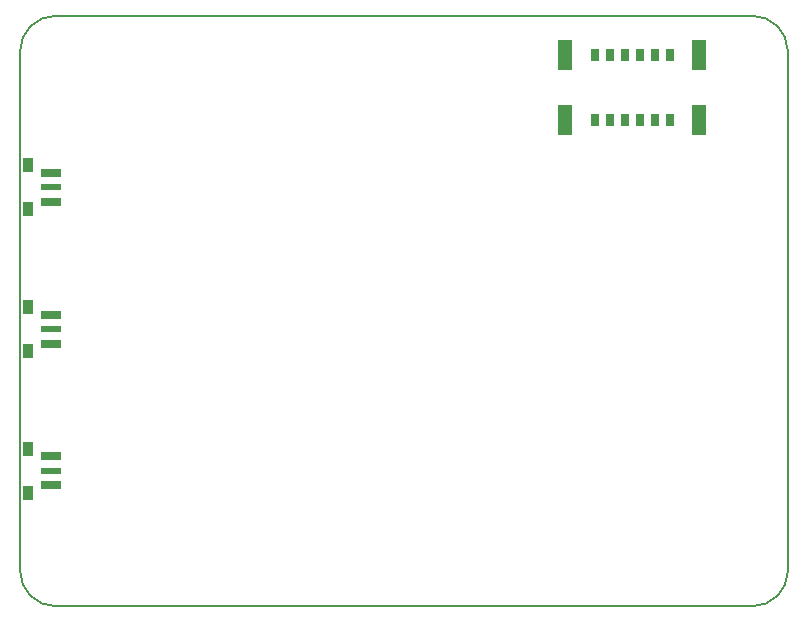
<source format=gbr>
G04 #@! TF.GenerationSoftware,KiCad,Pcbnew,(5.1.5-0)*
G04 #@! TF.CreationDate,2020-10-28T23:32:55-07:00*
G04 #@! TF.ProjectId,Luminometer_RPi,4c756d69-6e6f-46d6-9574-65725f525069,rev?*
G04 #@! TF.SameCoordinates,Original*
G04 #@! TF.FileFunction,Paste,Bot*
G04 #@! TF.FilePolarity,Positive*
%FSLAX46Y46*%
G04 Gerber Fmt 4.6, Leading zero omitted, Abs format (unit mm)*
G04 Created by KiCad (PCBNEW (5.1.5-0)) date 2020-10-28 23:32:55*
%MOMM*%
%LPD*%
G04 APERTURE LIST*
%ADD10C,0.150000*%
%ADD11R,1.200000X2.500000*%
%ADD12R,0.800000X1.100000*%
%ADD13R,1.800000X0.750000*%
%ADD14R,0.900000X1.300000*%
%ADD15R,1.800000X0.600000*%
G04 APERTURE END LIST*
D10*
X109500000Y-111500000D02*
G75*
G02X106500000Y-108500000I0J3000000D01*
G01*
X171500000Y-108500000D02*
G75*
G02X168500000Y-111500000I-3000000J0D01*
G01*
X168500000Y-61500000D02*
G75*
G02X171500000Y-64500000I0J-3000000D01*
G01*
X106500000Y-64500000D02*
G75*
G02X109500000Y-61500000I3000000J0D01*
G01*
X106500000Y-108500000D02*
X106500000Y-64500000D01*
X168500000Y-111500000D02*
X109500000Y-111500000D01*
X171500000Y-64500000D02*
X171500000Y-108500000D01*
X109500000Y-61500000D02*
X168500000Y-61500000D01*
D11*
X152615000Y-64850000D03*
X164015000Y-64850000D03*
X164015000Y-70350000D03*
X152615000Y-70350000D03*
D12*
X155140000Y-64850000D03*
X156410000Y-64850000D03*
X157680000Y-64850000D03*
X161490000Y-70350000D03*
X160220000Y-70350000D03*
X155140000Y-70350000D03*
X158950000Y-64850000D03*
X160220000Y-64850000D03*
X161490000Y-64850000D03*
X156410000Y-70350000D03*
X157680000Y-70350000D03*
X158950000Y-70350000D03*
D13*
X109080000Y-98800000D03*
D14*
X107130000Y-98175000D03*
X107130000Y-101875000D03*
D15*
X109080000Y-100025000D03*
D13*
X109080000Y-101250000D03*
X109080000Y-86800000D03*
D14*
X107130000Y-86175000D03*
X107130000Y-89875000D03*
D15*
X109080000Y-88025000D03*
D13*
X109080000Y-89250000D03*
X109080000Y-74800000D03*
D14*
X107130000Y-74175000D03*
X107130000Y-77875000D03*
D15*
X109080000Y-76025000D03*
D13*
X109080000Y-77250000D03*
M02*

</source>
